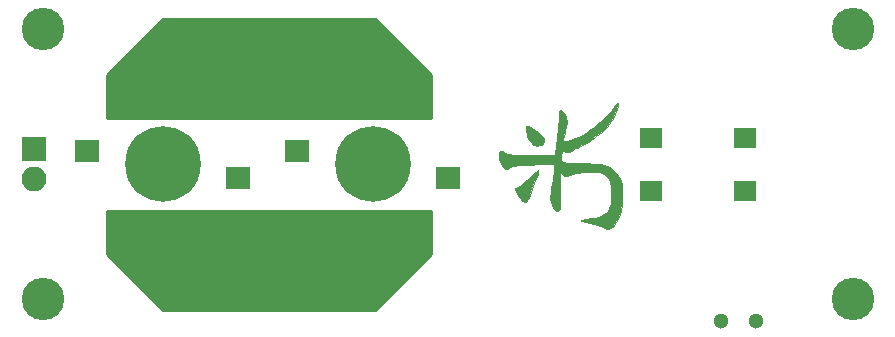
<source format=gbs>
G04 #@! TF.FileFunction,Soldermask,Bot*
%FSLAX46Y46*%
G04 Gerber Fmt 4.6, Leading zero omitted, Abs format (unit mm)*
G04 Created by KiCad (PCBNEW 4.0.7) date 05/03/18 21:25:46*
%MOMM*%
%LPD*%
G01*
G04 APERTURE LIST*
%ADD10C,0.100000*%
%ADD11C,0.010000*%
%ADD12C,0.908000*%
%ADD13C,6.400000*%
%ADD14R,2.100000X1.900000*%
%ADD15R,2.100000X2.100000*%
%ADD16O,2.100000X2.100000*%
%ADD17C,1.300000*%
%ADD18R,1.950000X1.700000*%
%ADD19C,3.600000*%
%ADD20C,0.254000*%
G04 APERTURE END LIST*
D10*
D11*
G36*
X177048017Y-111066076D02*
X177094467Y-111277129D01*
X177179335Y-111518785D01*
X177248681Y-111676784D01*
X177356292Y-111872191D01*
X177470036Y-112016894D01*
X177585944Y-112108511D01*
X177700047Y-112144661D01*
X177808376Y-112122961D01*
X177889235Y-112061268D01*
X177930665Y-112022665D01*
X177980826Y-111990956D01*
X178050379Y-111962576D01*
X178149985Y-111933962D01*
X178290305Y-111901550D01*
X178482002Y-111861776D01*
X178492150Y-111859727D01*
X178579564Y-111843962D01*
X178678363Y-111830279D01*
X178795219Y-111818293D01*
X178936804Y-111807617D01*
X179109792Y-111797864D01*
X179320853Y-111788649D01*
X179576661Y-111779586D01*
X179883886Y-111770288D01*
X180174900Y-111762322D01*
X180468277Y-111754279D01*
X180744604Y-111746169D01*
X180996856Y-111738237D01*
X181218003Y-111730729D01*
X181401020Y-111723890D01*
X181538878Y-111717963D01*
X181624550Y-111713195D01*
X181648130Y-111710969D01*
X181740236Y-111696170D01*
X181721130Y-112021772D01*
X181703942Y-112244160D01*
X181676453Y-112513779D01*
X181640673Y-112815566D01*
X181598612Y-113134455D01*
X181552279Y-113455384D01*
X181503684Y-113763288D01*
X181454836Y-114043102D01*
X181443325Y-114104264D01*
X181344102Y-114622904D01*
X181445766Y-114929764D01*
X181514672Y-115125985D01*
X181578531Y-115276536D01*
X181646172Y-115397711D01*
X181726428Y-115505807D01*
X181805646Y-115593812D01*
X181919669Y-115693376D01*
X182015261Y-115732705D01*
X182093897Y-115711865D01*
X182157050Y-115630921D01*
X182167013Y-115609687D01*
X182179707Y-115574823D01*
X182190111Y-115529759D01*
X182198407Y-115468532D01*
X182204778Y-115385178D01*
X182209406Y-115273734D01*
X182212473Y-115128239D01*
X182214162Y-114942728D01*
X182214655Y-114711239D01*
X182214134Y-114427808D01*
X182212886Y-114109500D01*
X182212106Y-113812375D01*
X182212438Y-113529186D01*
X182213795Y-113267493D01*
X182216092Y-113034855D01*
X182219242Y-112838830D01*
X182223160Y-112686977D01*
X182227758Y-112586856D01*
X182230581Y-112556332D01*
X182254525Y-112384289D01*
X182345381Y-112515528D01*
X182439438Y-112619722D01*
X182552767Y-112702510D01*
X182571230Y-112712115D01*
X182653764Y-112749738D01*
X182711318Y-112761413D01*
X182773005Y-112747448D01*
X182851783Y-112715068D01*
X183054352Y-112639473D01*
X183301334Y-112565515D01*
X183573755Y-112498628D01*
X183699150Y-112472370D01*
X183856892Y-112448307D01*
X184056495Y-112428724D01*
X184285009Y-112413855D01*
X184529482Y-112403934D01*
X184776965Y-112399192D01*
X185014508Y-112399864D01*
X185229161Y-112406180D01*
X185407973Y-112418376D01*
X185537995Y-112436683D01*
X185548871Y-112439105D01*
X185819570Y-112523207D01*
X186039987Y-112639731D01*
X186216348Y-112794755D01*
X186354881Y-112994356D01*
X186461812Y-113244610D01*
X186498750Y-113366110D01*
X186531611Y-113530366D01*
X186555541Y-113741731D01*
X186570404Y-113984426D01*
X186576062Y-114242675D01*
X186572380Y-114500697D01*
X186559222Y-114742715D01*
X186536450Y-114952949D01*
X186513541Y-115077875D01*
X186445611Y-115320722D01*
X186359533Y-115529671D01*
X186250096Y-115708125D01*
X186112093Y-115859486D01*
X185940313Y-115987155D01*
X185729547Y-116094535D01*
X185474586Y-116185029D01*
X185170220Y-116262039D01*
X184811240Y-116328966D01*
X184534685Y-116370260D01*
X184326832Y-116401114D01*
X184168769Y-116429264D01*
X184064643Y-116453847D01*
X184018599Y-116473998D01*
X184016650Y-116478225D01*
X184031346Y-116521040D01*
X184080881Y-116558610D01*
X184173425Y-116594617D01*
X184317147Y-116632744D01*
X184401533Y-116651757D01*
X184757894Y-116732607D01*
X185065651Y-116810522D01*
X185339280Y-116889896D01*
X185593252Y-116975121D01*
X185842042Y-117070592D01*
X186001025Y-117137283D01*
X186181141Y-117198828D01*
X186338575Y-117213162D01*
X186484019Y-117177313D01*
X186628165Y-117088311D01*
X186781704Y-116943185D01*
X186809590Y-116912630D01*
X186999601Y-116657993D01*
X187162015Y-116350987D01*
X187295553Y-115997034D01*
X187398936Y-115601554D01*
X187470885Y-115169967D01*
X187510121Y-114707694D01*
X187515364Y-114220157D01*
X187504722Y-113966625D01*
X187457307Y-113538559D01*
X187367953Y-113157763D01*
X187235533Y-112822856D01*
X187058916Y-112532455D01*
X186836975Y-112285181D01*
X186568580Y-112079652D01*
X186252603Y-111914488D01*
X185887914Y-111788308D01*
X185683525Y-111738675D01*
X185601535Y-111725224D01*
X185486953Y-111713353D01*
X185334855Y-111702834D01*
X185140321Y-111693442D01*
X184898429Y-111684949D01*
X184604258Y-111677128D01*
X184252886Y-111669753D01*
X184143650Y-111667739D01*
X182826025Y-111644056D01*
X182295215Y-111459754D01*
X182315160Y-111205064D01*
X182327748Y-111050151D01*
X182341590Y-110888667D01*
X182353694Y-110755526D01*
X182353714Y-110755322D01*
X182372322Y-110560270D01*
X182526580Y-110656162D01*
X182680842Y-110727668D01*
X182834301Y-110745517D01*
X182996041Y-110708784D01*
X183175145Y-110616547D01*
X183222783Y-110585329D01*
X183360511Y-110500445D01*
X183522056Y-110413358D01*
X183666294Y-110345660D01*
X184252042Y-110068977D01*
X184800632Y-109749910D01*
X185308079Y-109391622D01*
X185770400Y-108997270D01*
X186183610Y-108570017D01*
X186543726Y-108113023D01*
X186619019Y-108003448D01*
X186770601Y-107756666D01*
X186900496Y-107505127D01*
X187004476Y-107259785D01*
X187078309Y-107031597D01*
X187117767Y-106831517D01*
X187121886Y-106700981D01*
X187102562Y-106600245D01*
X187065250Y-106559727D01*
X187012265Y-106579480D01*
X186945923Y-106659556D01*
X186923074Y-106696521D01*
X186790919Y-106895601D01*
X186613614Y-107122440D01*
X186398755Y-107369433D01*
X186153936Y-107628978D01*
X185886750Y-107893470D01*
X185604792Y-108155305D01*
X185315657Y-108406882D01*
X185026937Y-108640595D01*
X184842150Y-108780015D01*
X184413174Y-109068209D01*
X183965258Y-109321816D01*
X183514401Y-109532402D01*
X183168114Y-109662322D01*
X183030898Y-109703867D01*
X182884270Y-109741824D01*
X182742138Y-109773389D01*
X182618411Y-109795757D01*
X182526998Y-109806123D01*
X182481807Y-109801684D01*
X182480874Y-109800891D01*
X182479173Y-109761476D01*
X182492457Y-109665655D01*
X182519717Y-109518477D01*
X182559943Y-109324987D01*
X182612124Y-109090234D01*
X182675251Y-108819265D01*
X182687821Y-108766521D01*
X182735862Y-108563210D01*
X182769923Y-108410346D01*
X182791506Y-108296792D01*
X182802115Y-108211412D01*
X182803250Y-108143067D01*
X182796416Y-108080622D01*
X182787015Y-108031208D01*
X182749181Y-107892350D01*
X182691976Y-107731555D01*
X182622950Y-107565917D01*
X182549656Y-107412532D01*
X182479646Y-107288495D01*
X182427981Y-107218499D01*
X182342487Y-107145375D01*
X182272388Y-107130937D01*
X182209755Y-107174807D01*
X182186040Y-107207025D01*
X182167739Y-107244220D01*
X182152916Y-107299245D01*
X182140775Y-107380230D01*
X182130523Y-107495304D01*
X182121363Y-107652599D01*
X182112501Y-107860243D01*
X182106840Y-108016883D01*
X182079000Y-108557581D01*
X182034941Y-109038274D01*
X182003962Y-109275795D01*
X181971717Y-109506844D01*
X181937797Y-109767767D01*
X181905770Y-110030032D01*
X181879207Y-110265108D01*
X181873931Y-110315375D01*
X181855186Y-110493395D01*
X181837541Y-110653475D01*
X181822446Y-110782996D01*
X181811353Y-110869340D01*
X181807295Y-110894812D01*
X181792940Y-110966250D01*
X180034927Y-110966250D01*
X179641660Y-110966077D01*
X179305640Y-110965365D01*
X179020618Y-110963817D01*
X178780341Y-110961139D01*
X178578558Y-110957035D01*
X178409018Y-110951212D01*
X178265469Y-110943374D01*
X178141660Y-110933226D01*
X178031339Y-110920475D01*
X177928256Y-110904823D01*
X177826158Y-110885978D01*
X177718795Y-110863644D01*
X177679879Y-110855181D01*
X177620556Y-110826870D01*
X177536739Y-110768978D01*
X177472194Y-110716109D01*
X177379033Y-110641920D01*
X177309298Y-110608514D01*
X177246552Y-110607598D01*
X177139252Y-110656386D01*
X177070401Y-110751719D01*
X177039992Y-110889611D01*
X177048017Y-111066076D01*
X177048017Y-111066076D01*
G37*
X177048017Y-111066076D02*
X177094467Y-111277129D01*
X177179335Y-111518785D01*
X177248681Y-111676784D01*
X177356292Y-111872191D01*
X177470036Y-112016894D01*
X177585944Y-112108511D01*
X177700047Y-112144661D01*
X177808376Y-112122961D01*
X177889235Y-112061268D01*
X177930665Y-112022665D01*
X177980826Y-111990956D01*
X178050379Y-111962576D01*
X178149985Y-111933962D01*
X178290305Y-111901550D01*
X178482002Y-111861776D01*
X178492150Y-111859727D01*
X178579564Y-111843962D01*
X178678363Y-111830279D01*
X178795219Y-111818293D01*
X178936804Y-111807617D01*
X179109792Y-111797864D01*
X179320853Y-111788649D01*
X179576661Y-111779586D01*
X179883886Y-111770288D01*
X180174900Y-111762322D01*
X180468277Y-111754279D01*
X180744604Y-111746169D01*
X180996856Y-111738237D01*
X181218003Y-111730729D01*
X181401020Y-111723890D01*
X181538878Y-111717963D01*
X181624550Y-111713195D01*
X181648130Y-111710969D01*
X181740236Y-111696170D01*
X181721130Y-112021772D01*
X181703942Y-112244160D01*
X181676453Y-112513779D01*
X181640673Y-112815566D01*
X181598612Y-113134455D01*
X181552279Y-113455384D01*
X181503684Y-113763288D01*
X181454836Y-114043102D01*
X181443325Y-114104264D01*
X181344102Y-114622904D01*
X181445766Y-114929764D01*
X181514672Y-115125985D01*
X181578531Y-115276536D01*
X181646172Y-115397711D01*
X181726428Y-115505807D01*
X181805646Y-115593812D01*
X181919669Y-115693376D01*
X182015261Y-115732705D01*
X182093897Y-115711865D01*
X182157050Y-115630921D01*
X182167013Y-115609687D01*
X182179707Y-115574823D01*
X182190111Y-115529759D01*
X182198407Y-115468532D01*
X182204778Y-115385178D01*
X182209406Y-115273734D01*
X182212473Y-115128239D01*
X182214162Y-114942728D01*
X182214655Y-114711239D01*
X182214134Y-114427808D01*
X182212886Y-114109500D01*
X182212106Y-113812375D01*
X182212438Y-113529186D01*
X182213795Y-113267493D01*
X182216092Y-113034855D01*
X182219242Y-112838830D01*
X182223160Y-112686977D01*
X182227758Y-112586856D01*
X182230581Y-112556332D01*
X182254525Y-112384289D01*
X182345381Y-112515528D01*
X182439438Y-112619722D01*
X182552767Y-112702510D01*
X182571230Y-112712115D01*
X182653764Y-112749738D01*
X182711318Y-112761413D01*
X182773005Y-112747448D01*
X182851783Y-112715068D01*
X183054352Y-112639473D01*
X183301334Y-112565515D01*
X183573755Y-112498628D01*
X183699150Y-112472370D01*
X183856892Y-112448307D01*
X184056495Y-112428724D01*
X184285009Y-112413855D01*
X184529482Y-112403934D01*
X184776965Y-112399192D01*
X185014508Y-112399864D01*
X185229161Y-112406180D01*
X185407973Y-112418376D01*
X185537995Y-112436683D01*
X185548871Y-112439105D01*
X185819570Y-112523207D01*
X186039987Y-112639731D01*
X186216348Y-112794755D01*
X186354881Y-112994356D01*
X186461812Y-113244610D01*
X186498750Y-113366110D01*
X186531611Y-113530366D01*
X186555541Y-113741731D01*
X186570404Y-113984426D01*
X186576062Y-114242675D01*
X186572380Y-114500697D01*
X186559222Y-114742715D01*
X186536450Y-114952949D01*
X186513541Y-115077875D01*
X186445611Y-115320722D01*
X186359533Y-115529671D01*
X186250096Y-115708125D01*
X186112093Y-115859486D01*
X185940313Y-115987155D01*
X185729547Y-116094535D01*
X185474586Y-116185029D01*
X185170220Y-116262039D01*
X184811240Y-116328966D01*
X184534685Y-116370260D01*
X184326832Y-116401114D01*
X184168769Y-116429264D01*
X184064643Y-116453847D01*
X184018599Y-116473998D01*
X184016650Y-116478225D01*
X184031346Y-116521040D01*
X184080881Y-116558610D01*
X184173425Y-116594617D01*
X184317147Y-116632744D01*
X184401533Y-116651757D01*
X184757894Y-116732607D01*
X185065651Y-116810522D01*
X185339280Y-116889896D01*
X185593252Y-116975121D01*
X185842042Y-117070592D01*
X186001025Y-117137283D01*
X186181141Y-117198828D01*
X186338575Y-117213162D01*
X186484019Y-117177313D01*
X186628165Y-117088311D01*
X186781704Y-116943185D01*
X186809590Y-116912630D01*
X186999601Y-116657993D01*
X187162015Y-116350987D01*
X187295553Y-115997034D01*
X187398936Y-115601554D01*
X187470885Y-115169967D01*
X187510121Y-114707694D01*
X187515364Y-114220157D01*
X187504722Y-113966625D01*
X187457307Y-113538559D01*
X187367953Y-113157763D01*
X187235533Y-112822856D01*
X187058916Y-112532455D01*
X186836975Y-112285181D01*
X186568580Y-112079652D01*
X186252603Y-111914488D01*
X185887914Y-111788308D01*
X185683525Y-111738675D01*
X185601535Y-111725224D01*
X185486953Y-111713353D01*
X185334855Y-111702834D01*
X185140321Y-111693442D01*
X184898429Y-111684949D01*
X184604258Y-111677128D01*
X184252886Y-111669753D01*
X184143650Y-111667739D01*
X182826025Y-111644056D01*
X182295215Y-111459754D01*
X182315160Y-111205064D01*
X182327748Y-111050151D01*
X182341590Y-110888667D01*
X182353694Y-110755526D01*
X182353714Y-110755322D01*
X182372322Y-110560270D01*
X182526580Y-110656162D01*
X182680842Y-110727668D01*
X182834301Y-110745517D01*
X182996041Y-110708784D01*
X183175145Y-110616547D01*
X183222783Y-110585329D01*
X183360511Y-110500445D01*
X183522056Y-110413358D01*
X183666294Y-110345660D01*
X184252042Y-110068977D01*
X184800632Y-109749910D01*
X185308079Y-109391622D01*
X185770400Y-108997270D01*
X186183610Y-108570017D01*
X186543726Y-108113023D01*
X186619019Y-108003448D01*
X186770601Y-107756666D01*
X186900496Y-107505127D01*
X187004476Y-107259785D01*
X187078309Y-107031597D01*
X187117767Y-106831517D01*
X187121886Y-106700981D01*
X187102562Y-106600245D01*
X187065250Y-106559727D01*
X187012265Y-106579480D01*
X186945923Y-106659556D01*
X186923074Y-106696521D01*
X186790919Y-106895601D01*
X186613614Y-107122440D01*
X186398755Y-107369433D01*
X186153936Y-107628978D01*
X185886750Y-107893470D01*
X185604792Y-108155305D01*
X185315657Y-108406882D01*
X185026937Y-108640595D01*
X184842150Y-108780015D01*
X184413174Y-109068209D01*
X183965258Y-109321816D01*
X183514401Y-109532402D01*
X183168114Y-109662322D01*
X183030898Y-109703867D01*
X182884270Y-109741824D01*
X182742138Y-109773389D01*
X182618411Y-109795757D01*
X182526998Y-109806123D01*
X182481807Y-109801684D01*
X182480874Y-109800891D01*
X182479173Y-109761476D01*
X182492457Y-109665655D01*
X182519717Y-109518477D01*
X182559943Y-109324987D01*
X182612124Y-109090234D01*
X182675251Y-108819265D01*
X182687821Y-108766521D01*
X182735862Y-108563210D01*
X182769923Y-108410346D01*
X182791506Y-108296792D01*
X182802115Y-108211412D01*
X182803250Y-108143067D01*
X182796416Y-108080622D01*
X182787015Y-108031208D01*
X182749181Y-107892350D01*
X182691976Y-107731555D01*
X182622950Y-107565917D01*
X182549656Y-107412532D01*
X182479646Y-107288495D01*
X182427981Y-107218499D01*
X182342487Y-107145375D01*
X182272388Y-107130937D01*
X182209755Y-107174807D01*
X182186040Y-107207025D01*
X182167739Y-107244220D01*
X182152916Y-107299245D01*
X182140775Y-107380230D01*
X182130523Y-107495304D01*
X182121363Y-107652599D01*
X182112501Y-107860243D01*
X182106840Y-108016883D01*
X182079000Y-108557581D01*
X182034941Y-109038274D01*
X182003962Y-109275795D01*
X181971717Y-109506844D01*
X181937797Y-109767767D01*
X181905770Y-110030032D01*
X181879207Y-110265108D01*
X181873931Y-110315375D01*
X181855186Y-110493395D01*
X181837541Y-110653475D01*
X181822446Y-110782996D01*
X181811353Y-110869340D01*
X181807295Y-110894812D01*
X181792940Y-110966250D01*
X180034927Y-110966250D01*
X179641660Y-110966077D01*
X179305640Y-110965365D01*
X179020618Y-110963817D01*
X178780341Y-110961139D01*
X178578558Y-110957035D01*
X178409018Y-110951212D01*
X178265469Y-110943374D01*
X178141660Y-110933226D01*
X178031339Y-110920475D01*
X177928256Y-110904823D01*
X177826158Y-110885978D01*
X177718795Y-110863644D01*
X177679879Y-110855181D01*
X177620556Y-110826870D01*
X177536739Y-110768978D01*
X177472194Y-110716109D01*
X177379033Y-110641920D01*
X177309298Y-110608514D01*
X177246552Y-110607598D01*
X177139252Y-110656386D01*
X177070401Y-110751719D01*
X177039992Y-110889611D01*
X177048017Y-111066076D01*
G36*
X179326068Y-108730339D02*
X179326777Y-108739087D01*
X179354200Y-108925176D01*
X179404926Y-109131667D01*
X179473494Y-109344669D01*
X179554441Y-109550295D01*
X179642303Y-109734654D01*
X179731619Y-109883858D01*
X179816128Y-109983319D01*
X179959383Y-110076878D01*
X180127446Y-110136114D01*
X180306342Y-110161255D01*
X180482095Y-110152532D01*
X180640731Y-110110174D01*
X180768273Y-110034412D01*
X180828334Y-109966673D01*
X180878657Y-109842852D01*
X180892880Y-109698784D01*
X180868345Y-109566572D01*
X180862605Y-109552886D01*
X180798609Y-109457615D01*
X180683873Y-109337198D01*
X180523865Y-109196034D01*
X180324052Y-109038522D01*
X180089905Y-108869061D01*
X179826889Y-108692050D01*
X179661052Y-108586271D01*
X179550354Y-108519627D01*
X179477070Y-108484378D01*
X179426554Y-108475563D01*
X179384156Y-108488218D01*
X179379208Y-108490789D01*
X179342247Y-108516325D01*
X179323432Y-108553579D01*
X179319220Y-108619326D01*
X179326068Y-108730339D01*
X179326068Y-108730339D01*
G37*
X179326068Y-108730339D02*
X179326777Y-108739087D01*
X179354200Y-108925176D01*
X179404926Y-109131667D01*
X179473494Y-109344669D01*
X179554441Y-109550295D01*
X179642303Y-109734654D01*
X179731619Y-109883858D01*
X179816128Y-109983319D01*
X179959383Y-110076878D01*
X180127446Y-110136114D01*
X180306342Y-110161255D01*
X180482095Y-110152532D01*
X180640731Y-110110174D01*
X180768273Y-110034412D01*
X180828334Y-109966673D01*
X180878657Y-109842852D01*
X180892880Y-109698784D01*
X180868345Y-109566572D01*
X180862605Y-109552886D01*
X180798609Y-109457615D01*
X180683873Y-109337198D01*
X180523865Y-109196034D01*
X180324052Y-109038522D01*
X180089905Y-108869061D01*
X179826889Y-108692050D01*
X179661052Y-108586271D01*
X179550354Y-108519627D01*
X179477070Y-108484378D01*
X179426554Y-108475563D01*
X179384156Y-108488218D01*
X179379208Y-108490789D01*
X179342247Y-108516325D01*
X179323432Y-108553579D01*
X179319220Y-108619326D01*
X179326068Y-108730339D01*
G36*
X178435689Y-113906635D02*
X178436955Y-113916254D01*
X178473329Y-114041832D01*
X178548352Y-114196859D01*
X178653694Y-114368059D01*
X178781028Y-114542154D01*
X178922026Y-114705868D01*
X178951491Y-114736562D01*
X179085347Y-114864152D01*
X179190377Y-114941185D01*
X179273085Y-114969867D01*
X179339976Y-114952401D01*
X179397557Y-114890995D01*
X179399289Y-114888375D01*
X179444079Y-114807749D01*
X179505580Y-114679254D01*
X179580634Y-114510967D01*
X179666079Y-114310967D01*
X179758755Y-114087332D01*
X179855503Y-113848141D01*
X179953162Y-113601471D01*
X180048572Y-113355402D01*
X180138573Y-113118012D01*
X180220005Y-112897379D01*
X180289708Y-112701581D01*
X180344521Y-112538696D01*
X180381285Y-112416804D01*
X180396840Y-112343982D01*
X180397150Y-112337487D01*
X180386383Y-112261637D01*
X180360933Y-112217614D01*
X180325228Y-112230888D01*
X180254118Y-112286901D01*
X180153688Y-112380320D01*
X180030022Y-112505813D01*
X180019620Y-112516749D01*
X179714581Y-112822467D01*
X179402824Y-113105325D01*
X179094095Y-113357367D01*
X178798139Y-113570638D01*
X178524701Y-113737182D01*
X178524495Y-113737294D01*
X178457192Y-113780485D01*
X178432111Y-113827690D01*
X178435689Y-113906635D01*
X178435689Y-113906635D01*
G37*
X178435689Y-113906635D02*
X178436955Y-113916254D01*
X178473329Y-114041832D01*
X178548352Y-114196859D01*
X178653694Y-114368059D01*
X178781028Y-114542154D01*
X178922026Y-114705868D01*
X178951491Y-114736562D01*
X179085347Y-114864152D01*
X179190377Y-114941185D01*
X179273085Y-114969867D01*
X179339976Y-114952401D01*
X179397557Y-114890995D01*
X179399289Y-114888375D01*
X179444079Y-114807749D01*
X179505580Y-114679254D01*
X179580634Y-114510967D01*
X179666079Y-114310967D01*
X179758755Y-114087332D01*
X179855503Y-113848141D01*
X179953162Y-113601471D01*
X180048572Y-113355402D01*
X180138573Y-113118012D01*
X180220005Y-112897379D01*
X180289708Y-112701581D01*
X180344521Y-112538696D01*
X180381285Y-112416804D01*
X180396840Y-112343982D01*
X180397150Y-112337487D01*
X180386383Y-112261637D01*
X180360933Y-112217614D01*
X180325228Y-112230888D01*
X180254118Y-112286901D01*
X180153688Y-112380320D01*
X180030022Y-112505813D01*
X180019620Y-112516749D01*
X179714581Y-112822467D01*
X179402824Y-113105325D01*
X179094095Y-113357367D01*
X178798139Y-113570638D01*
X178524701Y-113737182D01*
X178524495Y-113737294D01*
X178457192Y-113780485D01*
X178432111Y-113827690D01*
X178435689Y-113906635D01*
D12*
X166370000Y-102108000D03*
X165100000Y-102108000D03*
X163830000Y-102108000D03*
X162560000Y-102108000D03*
X161290000Y-102108000D03*
X160020000Y-102108000D03*
X158750000Y-102108000D03*
X157480000Y-102108000D03*
X156210000Y-102108000D03*
X154940000Y-102108000D03*
X153670000Y-102108000D03*
X152400000Y-102108000D03*
X151130000Y-102108000D03*
X149860000Y-102108000D03*
X148590000Y-102108000D03*
X166370000Y-103378000D03*
X165100000Y-103378000D03*
X163830000Y-103378000D03*
X162560000Y-103378000D03*
X161290000Y-103378000D03*
X160020000Y-103378000D03*
X158750000Y-103378000D03*
X157480000Y-103378000D03*
X156210000Y-103378000D03*
X154940000Y-103378000D03*
X153670000Y-103378000D03*
X152400000Y-103378000D03*
X151130000Y-103378000D03*
X149860000Y-103378000D03*
X148590000Y-103378000D03*
X166370000Y-104648000D03*
X165100000Y-104648000D03*
X163830000Y-104648000D03*
X162560000Y-104648000D03*
X161290000Y-104648000D03*
X160020000Y-104648000D03*
X158750000Y-104648000D03*
X157480000Y-104648000D03*
X156210000Y-104648000D03*
X154940000Y-104648000D03*
X153670000Y-104648000D03*
X152400000Y-104648000D03*
X151130000Y-104648000D03*
X149860000Y-104648000D03*
X148590000Y-104648000D03*
X166370000Y-105918000D03*
X165100000Y-105918000D03*
X163830000Y-105918000D03*
X162560000Y-105918000D03*
X161290000Y-105918000D03*
X160020000Y-105918000D03*
X158750000Y-105918000D03*
X157480000Y-105918000D03*
X156210000Y-105918000D03*
X154940000Y-105918000D03*
X153670000Y-105918000D03*
X152400000Y-105918000D03*
X151130000Y-105918000D03*
X149860000Y-105918000D03*
X148590000Y-105918000D03*
X166370000Y-107188000D03*
X165100000Y-107188000D03*
X163830000Y-107188000D03*
X162560000Y-107188000D03*
X161290000Y-107188000D03*
X160020000Y-107188000D03*
X158750000Y-107188000D03*
X157480000Y-107188000D03*
X156210000Y-107188000D03*
X154940000Y-107188000D03*
X153670000Y-107188000D03*
X152400000Y-107188000D03*
X151130000Y-107188000D03*
X149860000Y-107188000D03*
X166370000Y-121412000D03*
X165100000Y-121412000D03*
X163830000Y-121412000D03*
X162560000Y-121412000D03*
X161290000Y-121412000D03*
X160020000Y-121412000D03*
X158750000Y-121412000D03*
X157480000Y-121412000D03*
X156210000Y-121412000D03*
X154940000Y-121412000D03*
X153670000Y-121412000D03*
X152400000Y-121412000D03*
X151130000Y-121412000D03*
X149860000Y-121412000D03*
X148590000Y-121412000D03*
X166370000Y-120142000D03*
X165100000Y-120142000D03*
X163830000Y-120142000D03*
X162560000Y-120142000D03*
X161290000Y-120142000D03*
X160020000Y-120142000D03*
X158750000Y-120142000D03*
X157480000Y-120142000D03*
X156210000Y-120142000D03*
X154940000Y-120142000D03*
X153670000Y-120142000D03*
X152400000Y-120142000D03*
X151130000Y-120142000D03*
X149860000Y-120142000D03*
X148590000Y-120142000D03*
X166370000Y-118872000D03*
X165100000Y-118872000D03*
X163830000Y-118872000D03*
X162560000Y-118872000D03*
X161290000Y-118872000D03*
X160020000Y-118872000D03*
X158750000Y-118872000D03*
X157480000Y-118872000D03*
X156210000Y-118872000D03*
X154940000Y-118872000D03*
X153670000Y-118872000D03*
X152400000Y-118872000D03*
X151130000Y-118872000D03*
X149860000Y-118872000D03*
X148590000Y-118872000D03*
X166370000Y-117602000D03*
X165100000Y-117602000D03*
X163830000Y-117602000D03*
X162560000Y-117602000D03*
X161290000Y-117602000D03*
X160020000Y-117602000D03*
X158750000Y-117602000D03*
X157480000Y-117602000D03*
X156210000Y-117602000D03*
X154940000Y-117602000D03*
X153670000Y-117602000D03*
X152400000Y-117602000D03*
X151130000Y-117602000D03*
X149860000Y-117602000D03*
X148590000Y-117602000D03*
X166370000Y-116332000D03*
X165100000Y-116332000D03*
X163830000Y-116332000D03*
X162560000Y-116332000D03*
X161290000Y-116332000D03*
X160020000Y-116332000D03*
X158750000Y-116332000D03*
X157480000Y-116332000D03*
X156210000Y-116332000D03*
X154940000Y-116332000D03*
X153670000Y-116332000D03*
X152400000Y-116332000D03*
X151130000Y-116332000D03*
X149860000Y-116332000D03*
D13*
X166370000Y-111760000D03*
D14*
X172770000Y-112910000D03*
X159970000Y-110610000D03*
D13*
X148590000Y-111760000D03*
D14*
X154990000Y-112910000D03*
X142190000Y-110610000D03*
D15*
X137668000Y-110490000D03*
D16*
X137668000Y-113030000D03*
D17*
X195858000Y-125044000D03*
X198858000Y-125044000D03*
D18*
X189954000Y-114010000D03*
X197904000Y-114010000D03*
X189954000Y-109510000D03*
X197904000Y-109510000D03*
D19*
X138430000Y-123190000D03*
X207010000Y-123190000D03*
X138430000Y-100330000D03*
X207010000Y-100330000D03*
D12*
X148590000Y-116332000D03*
X148590000Y-107188000D03*
D20*
G36*
X171323000Y-104192606D02*
X171323000Y-107823000D01*
X143891000Y-107823000D01*
X143891000Y-104192606D01*
X148642606Y-99441000D01*
X166571394Y-99441000D01*
X171323000Y-104192606D01*
X171323000Y-104192606D01*
G37*
X171323000Y-104192606D02*
X171323000Y-107823000D01*
X143891000Y-107823000D01*
X143891000Y-104192606D01*
X148642606Y-99441000D01*
X166571394Y-99441000D01*
X171323000Y-104192606D01*
G36*
X171323000Y-119327394D02*
X166571394Y-124079000D01*
X148642606Y-124079000D01*
X143891000Y-119327394D01*
X143891000Y-115697000D01*
X171323000Y-115697000D01*
X171323000Y-119327394D01*
X171323000Y-119327394D01*
G37*
X171323000Y-119327394D02*
X166571394Y-124079000D01*
X148642606Y-124079000D01*
X143891000Y-119327394D01*
X143891000Y-115697000D01*
X171323000Y-115697000D01*
X171323000Y-119327394D01*
M02*

</source>
